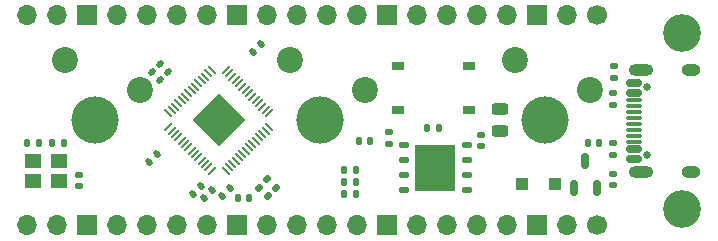
<source format=gbr>
%TF.GenerationSoftware,KiCad,Pcbnew,8.0.4*%
%TF.CreationDate,2025-01-26T22:49:23-05:00*%
%TF.ProjectId,catkeeb_devboard,6361746b-6565-4625-9f64-6576626f6172,rev?*%
%TF.SameCoordinates,Original*%
%TF.FileFunction,Soldermask,Top*%
%TF.FilePolarity,Negative*%
%FSLAX46Y46*%
G04 Gerber Fmt 4.6, Leading zero omitted, Abs format (unit mm)*
G04 Created by KiCad (PCBNEW 8.0.4) date 2025-01-26 22:49:23*
%MOMM*%
%LPD*%
G01*
G04 APERTURE LIST*
G04 Aperture macros list*
%AMRoundRect*
0 Rectangle with rounded corners*
0 $1 Rounding radius*
0 $2 $3 $4 $5 $6 $7 $8 $9 X,Y pos of 4 corners*
0 Add a 4 corners polygon primitive as box body*
4,1,4,$2,$3,$4,$5,$6,$7,$8,$9,$2,$3,0*
0 Add four circle primitives for the rounded corners*
1,1,$1+$1,$2,$3*
1,1,$1+$1,$4,$5*
1,1,$1+$1,$6,$7*
1,1,$1+$1,$8,$9*
0 Add four rect primitives between the rounded corners*
20,1,$1+$1,$2,$3,$4,$5,0*
20,1,$1+$1,$4,$5,$6,$7,0*
20,1,$1+$1,$6,$7,$8,$9,0*
20,1,$1+$1,$8,$9,$2,$3,0*%
%AMRotRect*
0 Rectangle, with rotation*
0 The origin of the aperture is its center*
0 $1 length*
0 $2 width*
0 $3 Rotation angle, in degrees counterclockwise*
0 Add horizontal line*
21,1,$1,$2,0,0,$3*%
G04 Aperture macros list end*
%ADD10RoundRect,0.250000X-0.300000X-0.300000X0.300000X-0.300000X0.300000X0.300000X-0.300000X0.300000X0*%
%ADD11C,3.200000*%
%ADD12C,1.700000*%
%ADD13O,1.700000X1.700000*%
%ADD14R,1.700000X1.700000*%
%ADD15RoundRect,0.140000X-0.140000X-0.170000X0.140000X-0.170000X0.140000X0.170000X-0.140000X0.170000X0*%
%ADD16RoundRect,0.135000X-0.185000X0.135000X-0.185000X-0.135000X0.185000X-0.135000X0.185000X0.135000X0*%
%ADD17R,1.000000X0.750000*%
%ADD18RoundRect,0.140000X-0.021213X0.219203X-0.219203X0.021213X0.021213X-0.219203X0.219203X-0.021213X0*%
%ADD19RoundRect,0.135000X0.185000X-0.135000X0.185000X0.135000X-0.185000X0.135000X-0.185000X-0.135000X0*%
%ADD20RoundRect,0.050000X0.238649X0.309359X-0.309359X-0.238649X-0.238649X-0.309359X0.309359X0.238649X0*%
%ADD21RoundRect,0.050000X-0.238649X0.309359X-0.309359X0.238649X0.238649X-0.309359X0.309359X-0.238649X0*%
%ADD22RotRect,3.200000X3.200000X225.000000*%
%ADD23RoundRect,0.140000X0.219203X0.021213X0.021213X0.219203X-0.219203X-0.021213X-0.021213X-0.219203X0*%
%ADD24RoundRect,0.135000X-0.135000X-0.185000X0.135000X-0.185000X0.135000X0.185000X-0.135000X0.185000X0*%
%ADD25RoundRect,0.140000X-0.170000X0.140000X-0.170000X-0.140000X0.170000X-0.140000X0.170000X0.140000X0*%
%ADD26RoundRect,0.140000X0.170000X-0.140000X0.170000X0.140000X-0.170000X0.140000X-0.170000X-0.140000X0*%
%ADD27C,0.650000*%
%ADD28RoundRect,0.150000X0.500000X-0.150000X0.500000X0.150000X-0.500000X0.150000X-0.500000X-0.150000X0*%
%ADD29RoundRect,0.075000X0.575000X-0.075000X0.575000X0.075000X-0.575000X0.075000X-0.575000X-0.075000X0*%
%ADD30O,2.100000X1.000000*%
%ADD31O,1.600000X1.000000*%
%ADD32RoundRect,0.135000X-0.226274X-0.035355X-0.035355X-0.226274X0.226274X0.035355X0.035355X0.226274X0*%
%ADD33RoundRect,0.135000X0.135000X0.185000X-0.135000X0.185000X-0.135000X-0.185000X0.135000X-0.185000X0*%
%ADD34RoundRect,0.125000X-0.262500X-0.125000X0.262500X-0.125000X0.262500X0.125000X-0.262500X0.125000X0*%
%ADD35R,3.400000X4.000000*%
%ADD36RoundRect,0.243750X-0.456250X0.243750X-0.456250X-0.243750X0.456250X-0.243750X0.456250X0.243750X0*%
%ADD37R,1.400000X1.200000*%
%ADD38RoundRect,0.150000X0.150000X-0.512500X0.150000X0.512500X-0.150000X0.512500X-0.150000X-0.512500X0*%
%ADD39RoundRect,0.140000X0.021213X-0.219203X0.219203X-0.021213X-0.021213X0.219203X-0.219203X0.021213X0*%
%ADD40RoundRect,0.140000X0.140000X0.170000X-0.140000X0.170000X-0.140000X-0.170000X0.140000X-0.170000X0*%
%ADD41C,4.000000*%
%ADD42C,2.200000*%
G04 APERTURE END LIST*
D10*
%TO.C,D7*%
X83000000Y-60450000D03*
X85800000Y-60450000D03*
%TD*%
D11*
%TO.C,REF\u002A\u002A*%
X96550000Y-62600000D03*
%TD*%
%TO.C,REF\u002A\u002A*%
X96550000Y-47650000D03*
%TD*%
D12*
%TO.C,J6*%
X89360000Y-63960000D03*
D13*
X86820000Y-63960000D03*
D14*
X84280000Y-63960000D03*
D13*
X81740000Y-63960000D03*
X79200000Y-63960000D03*
X76660000Y-63960000D03*
X74120000Y-63960000D03*
D14*
X71580000Y-63960000D03*
D13*
X69040000Y-63960000D03*
X66500000Y-63960000D03*
X63960000Y-63960000D03*
X61420000Y-63960000D03*
D14*
X58880000Y-63960000D03*
D13*
X56340000Y-63960000D03*
X53800000Y-63960000D03*
X51260000Y-63960000D03*
X48720000Y-63960000D03*
D14*
X46180000Y-63960000D03*
D13*
X43640000Y-63960000D03*
X41100000Y-63960000D03*
%TD*%
%TO.C,J2*%
X41100000Y-46180000D03*
X43640000Y-46180000D03*
D14*
X46180000Y-46180000D03*
D13*
X48720000Y-46180000D03*
X51260000Y-46180000D03*
X53800000Y-46180000D03*
X56340000Y-46180000D03*
D14*
X58880000Y-46180000D03*
D13*
X61420000Y-46180000D03*
X63960000Y-46180000D03*
X66500000Y-46180000D03*
X69040000Y-46180000D03*
D14*
X71580000Y-46180000D03*
D13*
X74120000Y-46180000D03*
X76660000Y-46180000D03*
X79200000Y-46180000D03*
X81740000Y-46180000D03*
D14*
X84280000Y-46180000D03*
D13*
X86820000Y-46180000D03*
D12*
X89360000Y-46180000D03*
%TD*%
D15*
%TO.C,C10*%
X67950000Y-59300000D03*
X68910000Y-59300000D03*
%TD*%
D16*
%TO.C,R7*%
X90690000Y-56980000D03*
X90690000Y-58000000D03*
%TD*%
D17*
%TO.C,SW1*%
X78520000Y-54230000D03*
X72520000Y-54230000D03*
X78520000Y-50480000D03*
X72520000Y-50480000D03*
%TD*%
D18*
%TO.C,C4*%
X52129411Y-57930589D03*
X51450589Y-58609411D03*
%TD*%
D19*
%TO.C,R6*%
X90770000Y-51490000D03*
X90770000Y-50470000D03*
%TD*%
D15*
%TO.C,C2*%
X67960000Y-60320000D03*
X68920000Y-60320000D03*
%TD*%
D20*
%TO.C,U1*%
X61589157Y-54489169D03*
X61306314Y-54206326D03*
X61023472Y-53923484D03*
X60740629Y-53640641D03*
X60457786Y-53357798D03*
X60174944Y-53074956D03*
X59892101Y-52792113D03*
X59609258Y-52509270D03*
X59326415Y-52226427D03*
X59043573Y-51943585D03*
X58760730Y-51660742D03*
X58477887Y-51377899D03*
X58195045Y-51095057D03*
X57912202Y-50812214D03*
D21*
X56727798Y-50812214D03*
X56444955Y-51095057D03*
X56162113Y-51377899D03*
X55879270Y-51660742D03*
X55596427Y-51943585D03*
X55313585Y-52226427D03*
X55030742Y-52509270D03*
X54747899Y-52792113D03*
X54465056Y-53074956D03*
X54182214Y-53357798D03*
X53899371Y-53640641D03*
X53616528Y-53923484D03*
X53333686Y-54206326D03*
X53050843Y-54489169D03*
D20*
X53050843Y-55673573D03*
X53333686Y-55956416D03*
X53616528Y-56239258D03*
X53899371Y-56522101D03*
X54182214Y-56804944D03*
X54465056Y-57087786D03*
X54747899Y-57370629D03*
X55030742Y-57653472D03*
X55313585Y-57936315D03*
X55596427Y-58219157D03*
X55879270Y-58502000D03*
X56162113Y-58784843D03*
X56444955Y-59067685D03*
X56727798Y-59350528D03*
D21*
X57912202Y-59350528D03*
X58195045Y-59067685D03*
X58477887Y-58784843D03*
X58760730Y-58502000D03*
X59043573Y-58219157D03*
X59326415Y-57936315D03*
X59609258Y-57653472D03*
X59892101Y-57370629D03*
X60174944Y-57087786D03*
X60457786Y-56804944D03*
X60740629Y-56522101D03*
X61023472Y-56239258D03*
X61306314Y-55956416D03*
X61589157Y-55673573D03*
D22*
X57320000Y-55081371D03*
%TD*%
D23*
%TO.C,C5*%
X52999411Y-51009411D03*
X52320589Y-50330589D03*
%TD*%
D18*
%TO.C,C1*%
X58259411Y-60830589D03*
X57580589Y-61509411D03*
%TD*%
D16*
%TO.C,R3*%
X71740000Y-56100000D03*
X71740000Y-57120000D03*
%TD*%
D24*
%TO.C,R5*%
X43170000Y-56990000D03*
X44190000Y-56990000D03*
%TD*%
D25*
%TO.C,C15*%
X45520000Y-59690000D03*
X45520000Y-60650000D03*
%TD*%
D26*
%TO.C,C13*%
X90690000Y-60550000D03*
X90690000Y-59590000D03*
%TD*%
D27*
%TO.C,J1*%
X93590000Y-58040000D03*
X93590000Y-52260000D03*
D28*
X92450000Y-58350000D03*
X92450000Y-57550000D03*
D29*
X92450000Y-56400000D03*
X92450000Y-55400000D03*
X92450000Y-54900000D03*
X92450000Y-53900000D03*
D28*
X92450000Y-52750000D03*
X92450000Y-51950000D03*
X92450000Y-51950000D03*
X92450000Y-52750000D03*
D29*
X92450000Y-53400000D03*
X92450000Y-54400000D03*
X92450000Y-55900000D03*
X92450000Y-56900000D03*
D28*
X92450000Y-57550000D03*
X92450000Y-58350000D03*
D30*
X93090000Y-59470000D03*
D31*
X97270000Y-59470000D03*
D30*
X93090000Y-50830000D03*
D31*
X97270000Y-50830000D03*
%TD*%
D15*
%TO.C,C9*%
X58960000Y-61680000D03*
X59920000Y-61680000D03*
%TD*%
D32*
%TO.C,R1*%
X61439376Y-60079376D03*
X62160624Y-60800624D03*
%TD*%
D33*
%TO.C,R4*%
X75940000Y-55712500D03*
X74920000Y-55712500D03*
%TD*%
D23*
%TO.C,C11*%
X52319411Y-51689411D03*
X51640589Y-51010589D03*
%TD*%
D34*
%TO.C,U3*%
X72985000Y-57172500D03*
X72985000Y-58442500D03*
X72985000Y-59712500D03*
X72985000Y-60982500D03*
X78310000Y-60982500D03*
X78310000Y-59712500D03*
X78310000Y-58442500D03*
X78310000Y-57172500D03*
D35*
X75647500Y-59077500D03*
%TD*%
D18*
%TO.C,C8*%
X56749411Y-61010589D03*
X56070589Y-61689411D03*
%TD*%
D36*
%TO.C,D5*%
X81150000Y-54102500D03*
X81150000Y-55977500D03*
%TD*%
D32*
%TO.C,R2*%
X60739376Y-60769376D03*
X61460624Y-61490624D03*
%TD*%
D37*
%TO.C,Y1*%
X41620000Y-60250000D03*
X43820000Y-60250000D03*
X43820000Y-58550000D03*
X41620000Y-58550000D03*
%TD*%
D38*
%TO.C,U2*%
X87407500Y-60807500D03*
X89307500Y-60807500D03*
X88357500Y-58532500D03*
%TD*%
D26*
%TO.C,C14*%
X79550000Y-57250000D03*
X79550000Y-56290000D03*
%TD*%
D15*
%TO.C,C12*%
X88550000Y-57010000D03*
X89510000Y-57010000D03*
%TD*%
D19*
%TO.C,R8*%
X90740000Y-53820000D03*
X90740000Y-52800000D03*
%TD*%
D18*
%TO.C,C3*%
X55779411Y-60610589D03*
X55100589Y-61289411D03*
%TD*%
D39*
%TO.C,C6*%
X60200589Y-49309411D03*
X60879411Y-48630589D03*
%TD*%
D15*
%TO.C,C7*%
X69190000Y-56790000D03*
X70150000Y-56790000D03*
%TD*%
D40*
%TO.C,C17*%
X68910000Y-61350000D03*
X67950000Y-61350000D03*
%TD*%
%TO.C,C16*%
X42090000Y-56980000D03*
X41130000Y-56980000D03*
%TD*%
D41*
%TO.C,MX2*%
X65881250Y-55080000D03*
D42*
X63341250Y-50000000D03*
X69691250Y-52540000D03*
%TD*%
D41*
%TO.C,MX3*%
X46831250Y-55080000D03*
D42*
X44291250Y-50000000D03*
X50641250Y-52540000D03*
%TD*%
D41*
%TO.C,MX1*%
X84931250Y-55080000D03*
D42*
X82391250Y-50000000D03*
X88741250Y-52540000D03*
%TD*%
M02*

</source>
